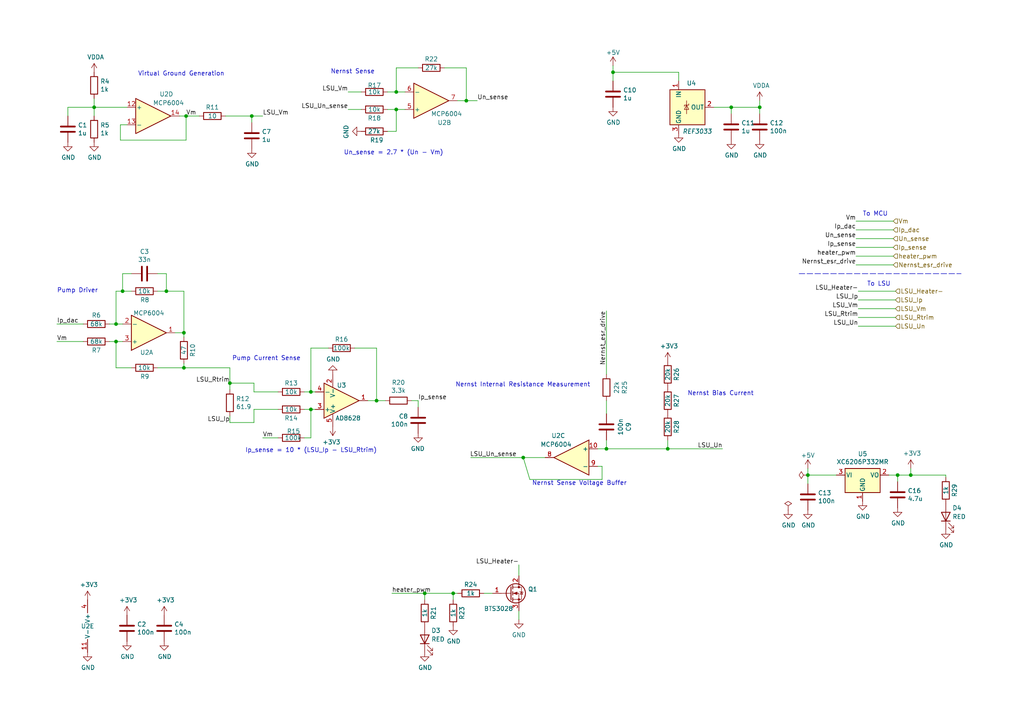
<source format=kicad_sch>
(kicad_sch (version 20211123) (generator eeschema)
  (paper "A4")
  (title_block (title "OpenEFI - Wideband") (date "2022-03-04") (rev "v1.0.0") (company "Churrosoft"))
  (lib_symbols
    (symbol "Amplifier_Operational:AD8603" (pin_names (offset 0.127))
      (property "Reference" "U" (at 0 5.08 0))
      (property "Value" "AD8603" (at 0 -5.08 0))
      (symbol "AD8603_0_1"
        (polyline (pts (xy -5.08 5.08) (xy 5.08 0) (xy -5.08 -5.08) (xy -5.08 5.08)) (stroke (width 0.254)) (fill (type background)))
        (pin power_in line (at -2.54 -7.62 90) (length 3.81) (name "V-") (number "2"))
        (pin power_in line (at -2.54 7.62 270) (length 3.81) (name "V+") (number "5"))
      )
      (symbol "AD8603_1_1"
        (pin output line (at 7.62 0 180) (length 2.54) (name "~") (number "1"))
        (pin input line (at -7.62 2.54 0) (length 2.54) (name "+") (number "3"))
        (pin input line (at -7.62 -2.54 0) (length 2.54) (name "-") (number "4"))
      )
    )
    (symbol "Amplifier_Operational:MCP6004" (pin_names (offset 0.127))
      (property "Reference" "U" (at 0 5.08 0))
      (property "Value" "MCP6004" (at 0 -5.08 0))
      (symbol "MCP6004_1_1"
        (polyline (pts (xy -5.08 5.08) (xy 5.08 0) (xy -5.08 -5.08) (xy -5.08 5.08)) (stroke (width 0.254)) (fill (type background)))
        (pin output line (at 7.62 0 180) (length 2.54) (name "~") (number "1"))
        (pin input line (at -7.62 -2.54 0) (length 2.54) (name "-") (number "2"))
        (pin input line (at -7.62 2.54 0) (length 2.54) (name "+") (number "3"))
      )
      (symbol "MCP6004_2_1"
        (polyline (pts (xy -5.08 5.08) (xy 5.08 0) (xy -5.08 -5.08) (xy -5.08 5.08)) (stroke (width 0.254)) (fill (type background)))
        (pin input line (at -7.62 2.54 0) (length 2.54) (name "+") (number "5"))
        (pin input line (at -7.62 -2.54 0) (length 2.54) (name "-") (number "6"))
        (pin output line (at 7.62 0 180) (length 2.54) (name "~") (number "7"))
      )
      (symbol "MCP6004_3_1"
        (polyline (pts (xy -5.08 5.08) (xy 5.08 0) (xy -5.08 -5.08) (xy -5.08 5.08)) (stroke (width 0.254)) (fill (type background)))
        (pin input line (at -7.62 2.54 0) (length 2.54) (name "+") (number "10"))
        (pin output line (at 7.62 0 180) (length 2.54) (name "~") (number "8"))
        (pin input line (at -7.62 -2.54 0) (length 2.54) (name "-") (number "9"))
      )
      (symbol "MCP6004_4_1"
        (polyline (pts (xy -5.08 5.08) (xy 5.08 0) (xy -5.08 -5.08) (xy -5.08 5.08)) (stroke (width 0.254)) (fill (type background)))
        (pin input line (at -7.62 2.54 0) (length 2.54) (name "+") (number "12"))
        (pin input line (at -7.62 -2.54 0) (length 2.54) (name "-") (number "13"))
        (pin output line (at 7.62 0 180) (length 2.54) (name "~") (number "14"))
      )
      (symbol "MCP6004_5_1"
        (pin power_in line (at -2.54 -7.62 90) (length 3.81) (name "V-") (number "11"))
        (pin power_in line (at -2.54 7.62 270) (length 3.81) (name "V+") (number "4"))
      )
    )
    (symbol "Device:C" (pin_numbers hide) (pin_names (offset 0.254))
      (property "Reference" "C" (at 0.635 2.54 0))
      (property "Value" "C" (at 0.635 -2.54 0))
      (symbol "C_0_1"
        (polyline (pts (xy -2.032 -0.762) (xy 2.032 -0.762)) (stroke (width 0.508)))
        (polyline (pts (xy -2.032 0.762) (xy 2.032 0.762)) (stroke (width 0.508)))
      )
      (symbol "C_1_1"
        (pin passive line (at 0 3.81 270) (length 2.794) (name "~") (number "1"))
        (pin passive line (at 0 -3.81 90) (length 2.794) (name "~") (number "2"))
      )
    )
    (symbol "Device:LED" (pin_numbers hide) (pin_names (offset 1.016) hide)
      (property "Reference" "D" (at 0 2.54 0))
      (property "Value" "LED" (at 0 -2.54 0))
      (symbol "LED_0_1"
        (polyline (pts (xy -1.27 -1.27) (xy -1.27 1.27)) (stroke (width 0.254)))
        (polyline (pts (xy -1.27 0) (xy 1.27 0)))
        (polyline (pts (xy 1.27 -1.27) (xy 1.27 1.27) (xy -1.27 0) (xy 1.27 -1.27)) (stroke (width 0.254)))
        (polyline (pts (xy -3.048 -0.762) (xy -4.572 -2.286) (xy -3.81 -2.286) (xy -4.572 -2.286) (xy -4.572 -1.524)))
        (polyline (pts (xy -1.778 -0.762) (xy -3.302 -2.286) (xy -2.54 -2.286) (xy -3.302 -2.286) (xy -3.302 -1.524)))
      )
      (symbol "LED_1_1"
        (pin passive line (at -3.81 0 0) (length 2.54) (name "K") (number "1"))
        (pin passive line (at 3.81 0 180) (length 2.54) (name "A") (number "2"))
      )
    )
    (symbol "Device:Q_NMOS_GDS" (pin_names (offset 0) hide)
      (property "Reference" "Q" (at 5.08 1.27 0))
      (property "Value" "Q_NMOS_GDS" (at 5.08 -1.27 0))
      (symbol "Q_NMOS_GDS_0_1"
        (polyline (pts (xy 0.254 0) (xy -2.54 0)))
        (polyline (pts (xy 0.254 1.905) (xy 0.254 -1.905)) (stroke (width 0.254)))
        (polyline (pts (xy 0.762 -1.27) (xy 0.762 -2.286)) (stroke (width 0.254)))
        (polyline (pts (xy 0.762 0.508) (xy 0.762 -0.508)) (stroke (width 0.254)))
        (polyline (pts (xy 0.762 2.286) (xy 0.762 1.27)) (stroke (width 0.254)))
        (polyline (pts (xy 2.54 2.54) (xy 2.54 1.778)))
        (polyline (pts (xy 2.54 -2.54) (xy 2.54 0) (xy 0.762 0)))
        (polyline (pts (xy 0.762 -1.778) (xy 3.302 -1.778) (xy 3.302 1.778) (xy 0.762 1.778)))
        (polyline (pts (xy 1.016 0) (xy 2.032 0.381) (xy 2.032 -0.381) (xy 1.016 0)) (fill (type outline)))
        (polyline (pts (xy 2.794 0.508) (xy 2.921 0.381) (xy 3.683 0.381) (xy 3.81 0.254)))
        (polyline (pts (xy 3.302 0.381) (xy 2.921 -0.254) (xy 3.683 -0.254) (xy 3.302 0.381)))
        (circle (center 1.651 0) (radius 2.794) (stroke (width 0.254)))
        (circle (center 2.54 -1.778) (radius 0.254) (fill (type outline)))
        (circle (center 2.54 1.778) (radius 0.254) (fill (type outline)))
      )
      (symbol "Q_NMOS_GDS_1_1"
        (pin input line (at -5.08 0 0) (length 2.54) (name "G") (number "1"))
        (pin passive line (at 2.54 5.08 270) (length 2.54) (name "D") (number "2"))
        (pin passive line (at 2.54 -5.08 90) (length 2.54) (name "S") (number "3"))
      )
    )
    (symbol "Device:R" (pin_numbers hide) (pin_names (offset 0))
      (property "Reference" "R" (at 2.032 0 90))
      (property "Value" "R" (at 0 0 90))
      (symbol "R_0_1"
        (rectangle (start -1.016 -2.54) (end 1.016 2.54) (stroke (width 0.254)))
      )
      (symbol "R_1_1"
        (pin passive line (at 0 3.81 270) (length 1.27) (name "~") (number "1"))
        (pin passive line (at 0 -3.81 90) (length 1.27) (name "~") (number "2"))
      )
    )
    (symbol "Reference_Voltage:REF3033" (pin_names (offset 0.254))
      (property "Reference" "U" (at 0 6.35 0))
      (property "Value" "REF3033" (at 2.54 -6.35 0))
      (symbol "REF3033_0_1"
        (rectangle (start -5.08 5.08) (end 5.08 -5.08) (stroke (width 0.254)) (fill (type background)))
        (polyline (pts (xy -0.254 1.905) (xy -0.254 -1.905)))
        (polyline (pts (xy -0.889 -0.635) (xy 0.381 -0.635) (xy -0.254 0.635) (xy -0.889 -0.635)))
        (polyline (pts (xy 0.381 1.016) (xy 0.381 0.635) (xy -0.889 0.635) (xy -0.889 0.254)))
      )
      (symbol "REF3033_1_1"
        (pin power_in line (at -2.54 7.62 270) (length 2.54) (name "IN") (number "1"))
        (pin power_out line (at 7.62 0 180) (length 2.54) (name "OUT") (number "2"))
        (pin power_in line (at -2.54 -7.62 90) (length 2.54) (name "GND") (number "3"))
      )
    )
    (symbol "Regulator_Linear:XC6206PxxxMR" (pin_names (offset 0.254))
      (property "Reference" "U" (at -3.81 3.175 0))
      (property "Value" "XC6206PxxxMR" (at 0 3.175 0))
      (symbol "XC6206PxxxMR_0_1"
        (rectangle (start -5.08 1.905) (end 5.08 -5.08) (stroke (width 0.254)) (fill (type background)))
      )
      (symbol "XC6206PxxxMR_1_1"
        (pin power_in line (at 0 -7.62 90) (length 2.54) (name "GND") (number "1"))
        (pin power_out line (at 7.62 0 180) (length 2.54) (name "VO") (number "2"))
        (pin power_in line (at -7.62 0 0) (length 2.54) (name "VI") (number "3"))
      )
    )
    (symbol "power:+3.3V" (power) (pin_names (offset 0))
      (property "Value" "+3.3V" (at 0 3.556 0))
      (symbol "+3.3V_0_1"
        (polyline (pts (xy -0.762 1.27) (xy 0 2.54)))
        (polyline (pts (xy 0 0) (xy 0 2.54)))
        (polyline (pts (xy 0 2.54) (xy 0.762 1.27)))
      )
      (symbol "+3.3V_1_1"
        (pin power_in line (at 0 0 90) (length 0) hide (name "+3V3") (number "1"))
      )
    )
    (symbol "power:+5V" (power) (pin_names (offset 0))
      (property "Value" "+5V" (at 0 3.556 0))
      (symbol "+5V_0_1"
        (polyline (pts (xy -0.762 1.27) (xy 0 2.54)))
        (polyline (pts (xy 0 0) (xy 0 2.54)))
        (polyline (pts (xy 0 2.54) (xy 0.762 1.27)))
      )
      (symbol "+5V_1_1"
        (pin power_in line (at 0 0 90) (length 0) hide (name "+5V") (number "1"))
      )
    )
    (symbol "power:GND" (power) (pin_names (offset 0))
      (property "Value" "GND" (at 0 -3.81 0))
      (symbol "GND_0_1"
        (polyline (pts (xy 0 0) (xy 0 -1.27) (xy 1.27 -1.27) (xy 0 -2.54) (xy -1.27 -1.27) (xy 0 -1.27)))
      )
      (symbol "GND_1_1"
        (pin power_in line (at 0 0 270) (length 0) hide (name "GND") (number "1"))
      )
    )
    (symbol "power:PWR_FLAG" (power) (pin_numbers hide) (pin_names (offset 0) hide)
      (property "Value" "PWR_FLAG" (at 0 3.81 0))
      (symbol "PWR_FLAG_0_0"
        (pin power_out line (at 0 0 90) (length 0) (name "pwr") (number "1"))
      )
      (symbol "PWR_FLAG_0_1"
        (polyline (pts (xy 0 0) (xy 0 1.27) (xy -1.016 1.905) (xy 0 2.54) (xy 1.016 1.905) (xy 0 1.27)))
      )
    )
    (symbol "power:VDDA" (power) (pin_names (offset 0))
      (property "Value" "VDDA" (at 0 3.81 0))
      (symbol "VDDA_0_1"
        (polyline (pts (xy -0.762 1.27) (xy 0 2.54)))
        (polyline (pts (xy 0 0) (xy 0 2.54)))
        (polyline (pts (xy 0 2.54) (xy 0.762 1.27)))
      )
      (symbol "VDDA_1_1"
        (pin power_in line (at 0 0 90) (length 0) hide (name "VDDA") (number "1"))
      )
    )
  )
  (junction (at 123.19 172.085))
  (junction (at 135.255 29.21))
  (junction (at 114.935 26.67))
  (junction (at 264.16 137.795))
  (junction (at 35.56 84.455))
  (junction (at 53.975 33.655))
  (junction (at 220.345 31.115))
  (junction (at 90.17 118.745))
  (junction (at 73.025 33.655))
  (junction (at 53.34 106.68))
  (junction (at 33.655 99.06))
  (junction (at 260.35 137.795))
  (junction (at 66.675 111.125))
  (junction (at 212.09 31.115))
  (junction (at 109.22 116.205))
  (junction (at 234.315 137.795))
  (junction (at 193.675 130.175))
  (junction (at 48.26 84.455))
  (junction (at 131.445 172.085))
  (junction (at 151.765 132.715))
  (junction (at 53.34 96.52))
  (junction (at 175.895 130.175))
  (junction (at 177.8 20.955))
  (junction (at 27.305 31.115))
  (junction (at 90.17 113.665))
  (junction (at 114.935 31.75))
  (junction (at 33.655 93.98))
  (wire (pts (xy 57.785 33.655) (xy 53.975 33.655)))
  (wire (pts (xy 19.685 33.655) (xy 19.685 31.115)))
  (wire (pts (xy 117.475 26.67) (xy 114.935 26.67)))
  (wire (pts (xy 34.925 40.64) (xy 53.975 40.64)))
  (wire (pts (xy 66.675 120.65) (xy 66.675 122.555)))
  (wire (pts (xy 76.2 33.655) (xy 73.025 33.655)))
  (wire (pts (xy 153.67 139.065) (xy 174.625 139.065)))
  (wire (pts (xy 27.305 31.115) (xy 27.305 33.655)))
  (wire (pts (xy 88.265 118.745) (xy 90.17 118.745)))
  (wire (pts (xy 175.895 120.015) (xy 175.895 116.205)))
  (wire (pts (xy 177.8 20.955) (xy 177.8 19.05)))
  (wire (pts (xy 131.445 172.085) (xy 131.445 173.99)))
  (wire (pts (xy 121.285 118.11) (xy 121.285 116.205)))
  (wire (pts (xy 76.2 127) (xy 80.645 127)))
  (wire (pts (xy 102.87 100.965) (xy 109.22 100.965)))
  (wire (pts (xy 220.345 31.115) (xy 220.345 33.02)))
  (wire (pts (xy 90.17 118.745) (xy 90.17 127)))
  (wire (pts (xy 33.655 84.455) (xy 33.655 93.98)))
  (wire (pts (xy 53.34 97.79) (xy 53.34 96.52)))
  (wire (pts (xy 220.345 29.21) (xy 220.345 31.115)))
  (wire (pts (xy 114.935 31.75) (xy 117.475 31.75)))
  (wire (pts (xy 174.625 135.255) (xy 173.355 135.255)))
  (wire (pts (xy 151.765 132.715) (xy 153.67 139.065)))
  (wire (pts (xy 136.525 132.715) (xy 151.765 132.715)))
  (wire (pts (xy 123.19 173.99) (xy 123.19 172.085)))
  (wire (pts (xy 128.905 19.685) (xy 135.255 19.685)))
  (wire (pts (xy 73.66 113.665) (xy 80.645 113.665)))
  (wire (pts (xy 248.92 89.535) (xy 259.715 89.535)))
  (wire (pts (xy 34.925 36.195) (xy 34.925 40.64)))
  (wire (pts (xy 38.1 79.375) (xy 35.56 79.375)))
  (wire (pts (xy 264.16 135.89) (xy 264.16 137.795)))
  (wire (pts (xy 19.685 31.115) (xy 27.305 31.115)))
  (wire (pts (xy 35.56 79.375) (xy 35.56 84.455)))
  (wire (pts (xy 142.875 172.085) (xy 140.335 172.085)))
  (wire (pts (xy 121.285 116.205) (xy 119.38 116.205)))
  (wire (pts (xy 196.85 23.495) (xy 196.85 20.955)))
  (wire (pts (xy 132.715 172.085) (xy 131.445 172.085)))
  (wire (pts (xy 248.92 84.455) (xy 259.715 84.455)))
  (wire (pts (xy 259.08 74.295) (xy 248.285 74.295)))
  (wire (pts (xy 135.255 19.685) (xy 135.255 29.21)))
  (wire (pts (xy 109.22 100.965) (xy 109.22 116.205)))
  (wire (pts (xy 73.66 118.745) (xy 73.66 122.555)))
  (wire (pts (xy 248.285 71.755) (xy 259.08 71.755)))
  (wire (pts (xy 264.16 137.795) (xy 260.35 137.795)))
  (wire (pts (xy 259.715 86.995) (xy 248.92 86.995)))
  (wire (pts (xy 113.665 172.085) (xy 123.19 172.085)))
  (wire (pts (xy 260.35 139.7) (xy 260.35 137.795)))
  (wire (pts (xy 248.285 76.835) (xy 259.08 76.835)))
  (wire (pts (xy 66.675 113.03) (xy 66.675 111.125)))
  (wire (pts (xy 175.895 130.175) (xy 175.895 127.635)))
  (wire (pts (xy 174.625 139.065) (xy 174.625 135.255)))
  (wire (pts (xy 36.83 36.195) (xy 34.925 36.195)))
  (wire (pts (xy 95.25 100.965) (xy 90.17 100.965)))
  (wire (pts (xy 80.645 118.745) (xy 73.66 118.745)))
  (wire (pts (xy 259.715 92.075) (xy 248.92 92.075)))
  (wire (pts (xy 212.09 31.115) (xy 220.345 31.115)))
  (wire (pts (xy 31.75 99.06) (xy 33.655 99.06)))
  (wire (pts (xy 45.72 84.455) (xy 48.26 84.455)))
  (wire (pts (xy 73.025 33.655) (xy 65.405 33.655)))
  (wire (pts (xy 242.57 137.795) (xy 234.315 137.795)))
  (wire (pts (xy 53.975 40.64) (xy 53.975 33.655)))
  (wire (pts (xy 109.22 116.205) (xy 111.76 116.205)))
  (wire (pts (xy 53.34 84.455) (xy 53.34 96.52)))
  (wire (pts (xy 45.72 106.68) (xy 53.34 106.68)))
  (wire (pts (xy 33.655 99.06) (xy 35.56 99.06)))
  (wire (pts (xy 35.56 84.455) (xy 38.1 84.455)))
  (wire (pts (xy 135.255 29.21) (xy 132.715 29.21)))
  (wire (pts (xy 33.655 84.455) (xy 35.56 84.455)))
  (wire (pts (xy 73.025 35.56) (xy 73.025 33.655)))
  (wire (pts (xy 33.655 93.98) (xy 35.56 93.98)))
  (wire (pts (xy 234.315 135.89) (xy 234.315 137.795)))
  (wire (pts (xy 27.305 28.575) (xy 27.305 31.115)))
  (wire (pts (xy 114.935 26.67) (xy 112.395 26.67)))
  (wire (pts (xy 196.85 20.955) (xy 177.8 20.955)))
  (wire (pts (xy 173.355 130.175) (xy 175.895 130.175)))
  (wire (pts (xy 33.655 106.68) (xy 33.655 99.06)))
  (wire (pts (xy 123.19 172.085) (xy 131.445 172.085)))
  (wire (pts (xy 90.17 100.965) (xy 90.17 113.665)))
  (wire (pts (xy 48.26 84.455) (xy 53.34 84.455)))
  (wire (pts (xy 248.285 66.675) (xy 259.08 66.675)))
  (wire (pts (xy 138.43 29.21) (xy 135.255 29.21)))
  (wire (pts (xy 150.495 167.005) (xy 150.495 163.83)))
  (wire (pts (xy 66.675 106.68) (xy 66.675 111.125)))
  (wire (pts (xy 112.395 31.75) (xy 114.935 31.75)))
  (wire (pts (xy 114.935 26.67) (xy 114.935 19.685)))
  (wire (pts (xy 100.965 31.75) (xy 104.775 31.75)))
  (wire (pts (xy 248.92 94.615) (xy 259.715 94.615)))
  (wire (pts (xy 88.265 113.665) (xy 90.17 113.665)))
  (wire (pts (xy 175.895 130.175) (xy 193.675 130.175)))
  (polyline (pts (xy 231.775 79.375) (xy 278.765 79.375)))
  (wire (pts (xy 31.75 93.98) (xy 33.655 93.98)))
  (wire (pts (xy 259.08 69.215) (xy 248.285 69.215)))
  (wire (pts (xy 114.935 38.1) (xy 114.935 31.75)))
  (wire (pts (xy 16.51 99.06) (xy 24.13 99.06)))
  (wire (pts (xy 151.765 132.715) (xy 158.115 132.715)))
  (wire (pts (xy 114.935 38.1) (xy 112.395 38.1)))
  (wire (pts (xy 88.265 127) (xy 90.17 127)))
  (wire (pts (xy 114.935 19.685) (xy 121.285 19.685)))
  (wire (pts (xy 90.17 118.745) (xy 91.44 118.745)))
  (wire (pts (xy 53.975 33.655) (xy 52.07 33.655)))
  (wire (pts (xy 16.51 93.98) (xy 24.13 93.98)))
  (wire (pts (xy 109.22 116.205) (xy 106.68 116.205)))
  (wire (pts (xy 260.35 137.795) (xy 257.81 137.795)))
  (wire (pts (xy 45.72 79.375) (xy 48.26 79.375)))
  (wire (pts (xy 27.305 31.115) (xy 36.83 31.115)))
  (wire (pts (xy 193.675 127.635) (xy 193.675 130.175)))
  (wire (pts (xy 73.66 111.125) (xy 73.66 113.665)))
  (wire (pts (xy 150.495 177.165) (xy 150.495 179.705)))
  (wire (pts (xy 264.16 137.795) (xy 274.32 137.795)))
  (wire (pts (xy 100.965 26.67) (xy 104.775 26.67)))
  (wire (pts (xy 248.285 64.135) (xy 259.08 64.135)))
  (wire (pts (xy 212.09 31.115) (xy 212.09 33.02)))
  (wire (pts (xy 193.675 130.175) (xy 209.55 130.175)))
  (wire (pts (xy 90.17 113.665) (xy 91.44 113.665)))
  (wire (pts (xy 53.34 106.68) (xy 66.675 106.68)))
  (wire (pts (xy 73.66 122.555) (xy 66.675 122.555)))
  (wire (pts (xy 38.1 106.68) (xy 33.655 106.68)))
  (wire (pts (xy 53.34 96.52) (xy 50.8 96.52)))
  (wire (pts (xy 66.675 111.125) (xy 73.66 111.125)))
  (wire (pts (xy 175.895 90.17) (xy 175.895 108.585)))
  (wire (pts (xy 274.32 137.795) (xy 274.32 138.43)))
  (wire (pts (xy 207.01 31.115) (xy 212.09 31.115)))
  (wire (pts (xy 234.315 137.795) (xy 234.315 140.335)))
  (wire (pts (xy 48.26 79.375) (xy 48.26 84.455)))
  (wire (pts (xy 177.8 23.495) (xy 177.8 20.955)))
  (wire (pts (xy 53.34 106.68) (xy 53.34 105.41)))
  (text "Virtual Ground Generation" (at 40.005 22.225 0) (effects (font (size 1.27 1.27)) (justify left bottom)))
  (text "Ip_sense = 10 * (LSU_Ip - LSU_Rtrim)" (at 71.12 131.445 0) (effects (font (size 1.27 1.27)) (justify left bottom)))
  (text "To MCU" (at 250.19 62.865 0) (effects (font (size 1.27 1.27)) (justify left bottom)))
  (text "Un_sense = 2.7 * (Un - Vm)" (at 99.695 45.085 0) (effects (font (size 1.27 1.27)) (justify left bottom)))
  (text "To LSU" (at 251.46 83.185 0) (effects (font (size 1.27 1.27)) (justify left bottom)))
  (text "Pump Driver" (at 16.51 85.09 0) (effects (font (size 1.27 1.27)) (justify left bottom)))
  (text "Nernst Bias Current" (at 199.39 114.935 0) (effects (font (size 1.27 1.27)) (justify left bottom)))
  (text "Nernst Internal Resistance Measurement" (at 132.08 112.395 0) (effects (font (size 1.27 1.27)) (justify left bottom)))
  (text "Nernst Sense" (at 95.885 21.59 0) (effects (font (size 1.27 1.27)) (justify left bottom)))
  (text "Nernst Sense Voltage Buffer" (at 154.305 140.97 0) (effects (font (size 1.27 1.27)) (justify left bottom)))
  (text "Pump Current Sense" (at 67.31 104.775 0) (effects (font (size 1.27 1.27)) (justify left bottom)))
  (label "Vm" (at 76.2 127 0))
  (label "Un_sense" (at 138.43 29.21 0))
  (label "LSU_Ip" (at 66.675 122.555 180))
  (label "LSU_Vm" (at 100.965 26.67 180))
  (label "LSU_Rtrim" (at 248.92 92.075 180))
  (label "Vm" (at 248.285 64.135 180))
  (label "LSU_Vm" (at 248.92 89.535 180))
  (label "LSU_Un" (at 248.92 94.615 180))
  (label "Ip_dac" (at 16.51 93.98 0))
  (label "Ip_sense" (at 121.285 116.205 0))
  (label "Nernst_esr_drive" (at 175.895 90.17 270))
  (label "LSU_Un" (at 209.55 130.175 180))
  (label "LSU_Rtrim" (at 66.675 111.125 180))
  (label "Ip_dac" (at 248.285 66.675 180))
  (label "LSU_Un_sense" (at 149.86 132.715 180))
  (label "Vm" (at 53.975 33.655 0))
  (label "Vm" (at 16.51 99.06 0))
  (label "LSU_Vm" (at 76.2 33.655 0))
  (label "Nernst_esr_drive" (at 248.285 76.835 180))
  (label "heater_pwm" (at 248.285 74.295 180))
  (label "LSU_Un_sense" (at 100.965 31.75 180))
  (label "LSU_Ip" (at 248.92 86.995 180))
  (label "LSU_Heater-" (at 150.495 163.83 180))
  (label "heater_pwm" (at 113.665 172.085 0))
  (label "Un_sense" (at 248.285 69.215 180))
  (label "Ip_sense" (at 248.285 71.755 180))
  (label "LSU_Heater-" (at 248.92 84.455 180))
  (hierarchical_label "LSU_Rtrim" (shape input) (at 259.715 92.075 0))
  (hierarchical_label "Nernst_esr_drive" (shape input) (at 259.08 76.835 0))
  (hierarchical_label "LSU_Un" (shape input) (at 259.715 94.615 0))
  (hierarchical_label "Un_sense" (shape input) (at 259.08 69.215 0))
  (hierarchical_label "LSU_Heater-" (shape input) (at 259.715 84.455 0))
  (hierarchical_label "LSU_Vm" (shape input) (at 259.715 89.535 0))
  (hierarchical_label "LSU_Ip" (shape input) (at 259.715 86.995 0))
  (hierarchical_label "heater_pwm" (shape input) (at 259.08 74.295 0))
  (hierarchical_label "Ip_sense" (shape input) (at 259.08 71.755 0))
  (hierarchical_label "Ip_dac" (shape input) (at 259.08 66.675 0))
  (hierarchical_label "Vm" (shape input) (at 259.08 64.135 0))
  (symbol (lib_id "Device:C") (at 19.685 37.465 0) (unit 1)
    (property "Reference" "C1" (at 22.606 36.2966 0) (effects (justify left)))
    (property "Value" "1u" (at 22.606 38.608 0) (effects (justify left)))
    (property "Footprint" "Resistor_SMD:R_0603_1608Metric" (effects hide))
    (property "LCSC" "C52923" (effects hide))
  )
  (symbol (lib_id "power:VDDA") (at 27.305 20.955 0) (unit 1)
    (property "Reference" "#PWR012" (effects hide))
    (property "Value" "VDDA" (at 27.7368 16.5608 0))
  )
  (symbol (lib_id "power:+3.3V") (at 47.625 178.435 0) (unit 1)
    (property "Reference" "#PWR016" (effects hide))
    (property "Value" "+3.3V" (at 48.006 174.0408 0))
  )
  (symbol (lib_id "Device:R") (at 27.94 99.06 270) (unit 1)
    (property "Reference" "R7" (at 27.94 101.6 90))
    (property "Value" "68k" (at 27.94 99.06 90))
    (property "Footprint" "Resistor_SMD:R_0603_1608Metric" (effects hide))
    (property "LCSC" "C36871" (effects hide))
  )
  (symbol (lib_id "Device:R") (at 274.32 142.24 180) (unit 1)
    (property "Reference" "R29" (at 276.86 142.24 90))
    (property "Value" "1k" (at 274.32 142.24 90))
    (property "Footprint" "Resistor_SMD:R_0603_1608Metric" (effects hide))
    (property "LCSC" "C11702" (effects hide))
  )
  (symbol (lib_id "power:VDDA") (at 220.345 29.21 0) (unit 1)
    (property "Reference" "#PWR035" (effects hide))
    (property "Value" "VDDA" (at 220.7768 24.8158 0))
  )
  (symbol (lib_id "power:PWR_FLAG") (at 228.6 147.955 0) (unit 1)
    (property "Reference" "#FLG01" (effects hide))
    (property "Value" "PWR_FLAG" (effects hide))
  )
  (symbol (lib_id "power:GND") (at 123.19 189.23 0) (unit 1)
    (property "Reference" "#PWR027" (effects hide))
    (property "Value" "GND" (at 123.317 193.6242 0))
  )
  (symbol (lib_id "Device:C") (at 36.83 182.245 0) (unit 1)
    (property "Reference" "C2" (at 39.751 181.0766 0) (effects (justify left)))
    (property "Value" "100n" (at 39.751 183.388 0) (effects (justify left)))
    (property "Footprint" "Resistor_SMD:R_0603_1608Metric" (effects hide))
    (property "LCSC" "C1525" (effects hide))
  )
  (symbol (lib_id "Device:C") (at 175.895 123.825 180) (unit 1)
    (property "Reference" "C9" (at 182.2958 123.825 90))
    (property "Value" "100n" (at 179.9844 123.825 90))
    (property "Footprint" "Resistor_SMD:R_0603_1608Metric" (effects hide))
    (property "LCSC" "C1525" (effects hide))
  )
  (symbol (lib_id "power:GND") (at 196.85 38.735 0) (unit 1)
    (property "Reference" "#PWR033" (effects hide))
    (property "Value" "GND" (at 196.977 43.1292 0))
  )
  (symbol (lib_id "Device:C") (at 41.91 79.375 270) (unit 1)
    (property "Reference" "C3" (at 41.91 72.9742 90))
    (property "Value" "33n" (at 41.91 75.2856 90))
    (property "Footprint" "Resistor_SMD:R_0603_1608Metric" (effects hide))
    (property "LCSC" "C1585" (effects hide))
  )
  (symbol (lib_id "Device:R") (at 125.095 19.685 90) (unit 1)
    (property "Reference" "R22" (at 125.095 17.145 90))
    (property "Value" "27k" (at 125.095 19.685 90))
    (property "Footprint" "Resistor_SMD:R_0603_1608Metric" (effects hide))
    (property "LCSC" "C25771" (effects hide))
  )
  (symbol (lib_id "power:PWR_FLAG") (at 234.315 137.795 90) (unit 1)
    (property "Reference" "#FLG02" (effects hide))
    (property "Value" "PWR_FLAG" (effects hide))
  )
  (symbol (lib_id "power:GND") (at 228.6 147.955 0) (unit 1)
    (property "Reference" "#PWR037" (effects hide))
    (property "Value" "GND" (at 228.727 152.3492 0))
  )
  (symbol (lib_id "power:GND") (at 250.19 145.415 0) (unit 1)
    (property "Reference" "#PWR042" (effects hide))
    (property "Value" "GND" (at 250.317 149.8092 0))
  )
  (symbol (lib_id "Device:R") (at 66.675 116.84 0) (unit 1)
    (property "Reference" "R12" (at 68.453 115.6716 0) (effects (justify left)))
    (property "Value" "61.9" (at 68.453 117.983 0) (effects (justify left)))
    (property "Footprint" "Resistor_SMD:R_0603_1608Metric" (effects hide))
    (property "LCSC" "C23092" (effects hide))
  )
  (symbol (lib_id "Device:R") (at 41.91 106.68 270) (unit 1)
    (property "Reference" "R9" (at 40.64 109.22 90) (effects (justify left)))
    (property "Value" "10k" (at 40.005 106.68 90) (effects (justify left)))
    (property "Footprint" "Resistor_SMD:R_0603_1608Metric" (effects hide))
    (property "LCSC" "C25744" (effects hide))
  )
  (symbol (lib_id "Amplifier_Operational:MCP6004") (at 27.94 181.61 0) (unit 5)
    (property "Reference" "U2" (at 25.4 181.61 0))
    (property "Value" "MCP6004" (effects hide))
    (property "Footprint" "Package_SO:TSSOP-14_4.4x5mm_P0.65mm" (effects hide))
    (property "Datasheet" "http://ww1.microchip.com/downloads/en/DeviceDoc/21733j.pdf" (effects hide))
    (property "LCSC" "C50282" (effects hide))
  )
  (symbol (lib_id "Device:C") (at 220.345 36.83 0) (unit 1)
    (property "Reference" "C12" (at 223.266 35.6616 0) (effects (justify left)))
    (property "Value" "100n" (at 223.266 37.973 0) (effects (justify left)))
    (property "Footprint" "Resistor_SMD:R_0603_1608Metric" (effects hide))
    (property "LCSC" "C1525" (effects hide))
  )
  (symbol (lib_id "Device:R") (at 123.19 177.8 180) (unit 1)
    (property "Reference" "R21" (at 125.73 177.8 90))
    (property "Value" "1k" (at 123.19 177.8 90))
    (property "Footprint" "Resistor_SMD:R_0603_1608Metric" (effects hide))
    (property "LCSC" "C11702" (effects hide))
  )
  (symbol (lib_id "Amplifier_Operational:MCP6004") (at 44.45 33.655 0) (unit 4)
    (property "Reference" "U2" (at 48.26 27.305 0))
    (property "Value" "MCP6004" (at 48.895 29.845 0))
    (property "Footprint" "Package_SO:TSSOP-14_4.4x5mm_P0.65mm" (effects hide))
    (property "Datasheet" "http://ww1.microchip.com/downloads/en/DeviceDoc/21733j.pdf" (effects hide))
    (property "LCSC" "C50282" (effects hide))
  )
  (symbol (lib_id "power:GND") (at 177.8 31.115 0) (unit 1)
    (property "Reference" "#PWR031" (effects hide))
    (property "Value" "GND" (at 177.927 35.5092 0))
  )
  (symbol (lib_id "power:GND") (at 274.32 153.67 0) (unit 1)
    (property "Reference" "#PWR047" (effects hide))
    (property "Value" "GND" (at 274.447 158.0642 0))
  )
  (symbol (lib_id "power:+3.3V") (at 25.4 173.99 0) (unit 1)
    (property "Reference" "#PWR010" (effects hide))
    (property "Value" "+3.3V" (at 25.781 169.5958 0))
  )
  (symbol (lib_id "Device:C") (at 73.025 39.37 0) (unit 1)
    (property "Reference" "C7" (at 75.946 38.2016 0) (effects (justify left)))
    (property "Value" "1u" (at 75.946 40.513 0) (effects (justify left)))
    (property "Footprint" "Resistor_SMD:R_0603_1608Metric" (effects hide))
    (property "LCSC" "C52923" (effects hide))
  )
  (symbol (lib_id "Device:LED") (at 274.32 149.86 90) (unit 1)
    (property "Reference" "D4" (at 276.225 147.32 90) (effects (justify right)))
    (property "Value" "RED" (at 276.225 149.86 90) (effects (justify right)))
    (property "Footprint" "LED_SMD:LED_0603_1608Metric" (effects hide))
    (property "LCSC" "C2286" (effects hide))
  )
  (symbol (lib_id "power:+5V") (at 177.8 19.05 0) (unit 1)
    (property "Reference" "#PWR030" (effects hide))
    (property "Value" "+5V" (at 177.8 15.24 0))
  )
  (symbol (lib_id "Device:R") (at 108.585 38.1 270) (unit 1)
    (property "Reference" "R19" (at 107.315 40.64 90) (effects (justify left)))
    (property "Value" "27k" (at 106.68 38.1 90) (effects (justify left)))
    (property "Footprint" "Resistor_SMD:R_0603_1608Metric" (effects hide))
    (property "LCSC" "C25771" (effects hide))
  )
  (symbol (lib_id "Device:C") (at 260.35 143.51 0) (unit 1)
    (property "Reference" "C16" (at 263.271 142.3416 0) (effects (justify left)))
    (property "Value" "4.7u" (at 263.271 144.653 0) (effects (justify left)))
    (property "Footprint" "Capacitor_SMD:C_0603_1608Metric" (effects hide))
    (property "LCSC" "C19666" (effects hide))
  )
  (symbol (lib_id "Device:LED") (at 123.19 185.42 90) (unit 1)
    (property "Reference" "D3" (at 125.095 182.88 90) (effects (justify right)))
    (property "Value" "RED" (at 125.095 185.42 90) (effects (justify right)))
    (property "Footprint" "LED_SMD:LED_0603_1608Metric" (effects hide))
    (property "LCSC" "C2286" (effects hide))
  )
  (symbol (lib_id "power:GND") (at 36.83 186.055 0) (unit 1)
    (property "Reference" "#PWR015" (effects hide))
    (property "Value" "GND" (at 36.957 190.4492 0))
  )
  (symbol (lib_id "Device:C") (at 212.09 36.83 0) (unit 1)
    (property "Reference" "C11" (at 215.011 35.6616 0) (effects (justify left)))
    (property "Value" "1u" (at 215.011 37.973 0) (effects (justify left)))
    (property "Footprint" "Resistor_SMD:R_0603_1608Metric" (effects hide))
    (property "LCSC" "C52923" (effects hide))
  )
  (symbol (lib_id "Device:C") (at 47.625 182.245 0) (unit 1)
    (property "Reference" "C4" (at 50.546 181.0766 0) (effects (justify left)))
    (property "Value" "100n" (at 50.546 183.388 0) (effects (justify left)))
    (property "Footprint" "Resistor_SMD:R_0603_1608Metric" (effects hide))
    (property "LCSC" "C1525" (effects hide))
  )
  (symbol (lib_id "power:GND") (at 104.775 38.1 270) (unit 1)
    (property "Reference" "#PWR025" (effects hide))
    (property "Value" "GND" (at 100.3808 38.227 0))
  )
  (symbol (lib_id "power:GND") (at 73.025 43.18 0) (unit 1)
    (property "Reference" "#PWR022" (effects hide))
    (property "Value" "GND" (at 73.152 47.5742 0))
  )
  (symbol (lib_id "Device:R") (at 27.305 24.765 0) (unit 1)
    (property "Reference" "R4" (at 29.083 23.5966 0) (effects (justify left)))
    (property "Value" "1k" (at 29.083 25.908 0) (effects (justify left)))
    (property "Footprint" "Resistor_SMD:R_0603_1608Metric" (effects hide))
    (property "LCSC" "C11702" (effects hide))
  )
  (symbol (lib_id "Device:C") (at 234.315 144.145 0) (unit 1)
    (property "Reference" "C13" (at 237.236 142.9766 0) (effects (justify left)))
    (property "Value" "100n" (at 237.236 145.288 0) (effects (justify left)))
    (property "Footprint" "Resistor_SMD:R_0603_1608Metric" (effects hide))
    (property "LCSC" "C1525" (effects hide))
  )
  (symbol (lib_id "power:+3.3V") (at 193.675 104.775 0) (unit 1)
    (property "Reference" "#PWR032" (effects hide))
    (property "Value" "+3.3V" (at 194.056 100.3808 0))
  )
  (symbol (lib_id "Amplifier_Operational:MCP6004") (at 43.18 96.52 0) (mirror x) (unit 1)
    (property "Reference" "U2" (at 42.545 102.235 0))
    (property "Value" "MCP6004" (at 43.18 90.805 0))
    (property "Footprint" "Package_SO:TSSOP-14_4.4x5mm_P0.65mm" (effects hide))
    (property "Datasheet" "http://ww1.microchip.com/downloads/en/DeviceDoc/21733j.pdf" (effects hide))
    (property "LCSC" "C50282" (effects hide))
  )
  (symbol (lib_id "Device:R") (at 53.34 101.6 180) (unit 1)
    (property "Reference" "R10" (at 55.88 101.6 90))
    (property "Value" "47" (at 53.34 101.6 90))
    (property "Footprint" "Resistor_SMD:R_0603_1608Metric" (effects hide))
    (property "LCSC" "C25118" (effects hide))
  )
  (symbol (lib_id "power:GND") (at 220.345 40.64 0) (unit 1)
    (property "Reference" "#PWR036" (effects hide))
    (property "Value" "GND" (at 220.472 45.0342 0))
  )
  (symbol (lib_id "Amplifier_Operational:MCP6004") (at 165.735 132.715 0) (mirror y) (unit 3)
    (property "Reference" "U2" (at 161.925 126.365 0))
    (property "Value" "MCP6004" (at 161.29 128.905 0))
    (property "Footprint" "Package_SO:TSSOP-14_4.4x5mm_P0.65mm" (effects hide))
    (property "Datasheet" "http://ww1.microchip.com/downloads/en/DeviceDoc/21733j.pdf" (effects hide))
    (property "LCSC" "C50282" (effects hide))
  )
  (symbol (lib_id "Device:Q_NMOS_GDS") (at 147.955 172.085 0) (unit 1)
    (property "Reference" "Q1" (at 153.1366 170.9166 0) (effects (justify left)))
    (property "Value" "BTS3028" (at 140.335 176.53 0) (effects (justify left)))
    (property "Footprint" "Package_TO_SOT_SMD:TO-252-2" (effects hide))
    (property "LCSC" "C112639" (effects hide))
  )
  (symbol (lib_id "power:+3.3V") (at 96.52 123.825 180) (unit 1)
    (property "Reference" "#PWR024" (effects hide))
    (property "Value" "+3.3V" (at 96.139 128.2192 0))
  )
  (symbol (lib_id "Device:R") (at 27.94 93.98 90) (unit 1)
    (property "Reference" "R6" (at 27.94 91.44 90))
    (property "Value" "68k" (at 27.94 93.98 90))
    (property "Footprint" "Resistor_SMD:R_0603_1608Metric" (effects hide))
    (property "LCSC" "C36871" (effects hide))
  )
  (symbol (lib_id "power:GND") (at 96.52 108.585 0) (mirror x) (unit 1)
    (property "Reference" "#PWR023" (effects hide))
    (property "Value" "GND" (at 96.647 104.1908 0))
  )
  (symbol (lib_id "power:GND") (at 234.315 147.955 0) (unit 1)
    (property "Reference" "#PWR039" (effects hide))
    (property "Value" "GND" (at 234.442 152.3492 0))
  )
  (symbol (lib_id "Device:R") (at 108.585 26.67 90) (unit 1)
    (property "Reference" "R17" (at 108.585 24.765 90))
    (property "Value" "10k" (at 108.585 26.67 90))
    (property "Footprint" "Resistor_SMD:R_0603_1608Metric" (effects hide))
    (property "LCSC" "C25744" (effects hide))
  )
  (symbol (lib_id "Amplifier_Operational:MCP6004") (at 125.095 29.21 0) (mirror x) (unit 2)
    (property "Reference" "U2" (at 128.905 35.56 0))
    (property "Value" "MCP6004" (at 129.54 33.02 0))
    (property "Footprint" "Package_SO:TSSOP-14_4.4x5mm_P0.65mm" (effects hide))
    (property "Datasheet" "http://ww1.microchip.com/downloads/en/DeviceDoc/21733j.pdf" (effects hide))
    (property "LCSC" "C50282" (effects hide))
  )
  (symbol (lib_id "Device:R") (at 193.675 123.825 180) (unit 1)
    (property "Reference" "R28" (at 196.215 123.825 90))
    (property "Value" "20k" (at 193.675 123.825 90))
    (property "Footprint" "Resistor_SMD:R_0603_1608Metric" (effects hide))
    (property "LCSC" "C25765" (effects hide))
  )
  (symbol (lib_id "Device:R") (at 84.455 113.665 270) (unit 1)
    (property "Reference" "R13" (at 84.455 111.125 90))
    (property "Value" "10k" (at 84.455 113.665 90))
    (property "Footprint" "Resistor_SMD:R_0603_1608Metric" (effects hide))
    (property "LCSC" "C25744" (effects hide))
  )
  (symbol (lib_id "Device:R") (at 108.585 31.75 90) (unit 1)
    (property "Reference" "R18" (at 108.585 34.29 90))
    (property "Value" "10k" (at 108.585 31.75 90))
    (property "Footprint" "Resistor_SMD:R_0603_1608Metric" (effects hide))
    (property "LCSC" "C25744" (effects hide))
  )
  (symbol (lib_id "power:+5V") (at 234.315 135.89 0) (unit 1)
    (property "Reference" "#PWR038" (effects hide))
    (property "Value" "+5V" (at 234.315 132.08 0))
  )
  (symbol (lib_id "Device:R") (at 41.91 84.455 270) (unit 1)
    (property "Reference" "R8" (at 40.64 86.995 90) (effects (justify left)))
    (property "Value" "10k" (at 40.005 84.455 90) (effects (justify left)))
    (property "Footprint" "Resistor_SMD:R_0603_1608Metric" (effects hide))
    (property "LCSC" "C25744" (effects hide))
  )
  (symbol (lib_id "power:GND") (at 131.445 181.61 0) (unit 1)
    (property "Reference" "#PWR028" (effects hide))
    (property "Value" "GND" (at 131.572 186.0042 0))
  )
  (symbol (lib_id "Amplifier_Operational:AD8603") (at 99.06 116.205 0) (mirror x) (unit 1)
    (property "Reference" "U3" (at 99.06 111.76 0))
    (property "Value" "AD8628" (at 100.965 121.285 0))
    (property "Footprint" "Package_TO_SOT_SMD:TSOT-23-5" (effects hide))
    (property "Datasheet" "https://www.analog.com/media/en/technical-documentation/data-sheets/AD8603_8607_8609.pdf" (effects hide))
    (property "LCSC" "C29309" (effects hide))
  )
  (symbol (lib_id "Reference_Voltage:REF3033") (at 199.39 31.115 0) (unit 1)
    (property "Reference" "U4" (at 201.93 24.13 0) (effects (justify right)))
    (property "Value" "REF3033" (at 206.375 38.1 0) (effects (font italic) (justify right)))
    (property "Footprint" "Package_TO_SOT_SMD:SOT-23" (effects hide))
    (property "Datasheet" "http://www.ti.com/lit/ds/symlink/ref3033.pdf" (effects hide))
    (property "LCSC" "C36658" (effects hide))
  )
  (symbol (lib_id "Device:C") (at 121.285 121.92 0) (mirror y) (unit 1)
    (property "Reference" "C8" (at 118.364 120.7516 0) (effects (justify left)))
    (property "Value" "100n" (at 118.364 123.063 0) (effects (justify left)))
    (property "Footprint" "Resistor_SMD:R_0603_1608Metric" (effects hide))
    (property "LCSC" "C1525" (effects hide))
  )
  (symbol (lib_id "Device:R") (at 27.305 37.465 0) (unit 1)
    (property "Reference" "R5" (at 29.083 36.2966 0) (effects (justify left)))
    (property "Value" "1k" (at 29.083 38.608 0) (effects (justify left)))
    (property "Footprint" "Resistor_SMD:R_0603_1608Metric" (effects hide))
    (property "LCSC" "C11702" (effects hide))
  )
  (symbol (lib_id "Device:C") (at 177.8 27.305 0) (unit 1)
    (property "Reference" "C10" (at 180.721 26.1366 0) (effects (justify left)))
    (property "Value" "1u" (at 180.721 28.448 0) (effects (justify left)))
    (property "Footprint" "Resistor_SMD:R_0603_1608Metric" (effects hide))
    (property "LCSC" "C52923" (effects hide))
  )
  (symbol (lib_id "Device:R") (at 175.895 112.395 180) (unit 1)
    (property "Reference" "R25" (at 181.1528 112.395 90))
    (property "Value" "22k" (at 178.8414 112.395 90))
    (property "Footprint" "Resistor_SMD:R_0603_1608Metric" (effects hide))
    (property "LCSC" "C25768" (effects hide))
  )
  (symbol (lib_id "Device:R") (at 193.675 116.205 180) (unit 1)
    (property "Reference" "R27" (at 196.215 116.205 90))
    (property "Value" "20k" (at 193.675 116.205 90))
    (property "Footprint" "Resistor_SMD:R_0603_1608Metric" (effects hide))
    (property "LCSC" "C25765" (effects hide))
  )
  (symbol (lib_id "Device:R") (at 131.445 177.8 180) (unit 1)
    (property "Reference" "R23" (at 133.985 177.8 90))
    (property "Value" "1k" (at 131.445 177.8 90))
    (property "Footprint" "Resistor_SMD:R_0603_1608Metric" (effects hide))
    (property "LCSC" "C11702" (effects hide))
  )
  (symbol (lib_id "power:+3.3V") (at 264.16 135.89 0) (unit 1)
    (property "Reference" "#PWR046" (effects hide))
    (property "Value" "+3.3V" (at 264.541 131.4958 0))
  )
  (symbol (lib_id "power:GND") (at 260.35 147.32 0) (unit 1)
    (property "Reference" "#PWR045" (effects hide))
    (property "Value" "GND" (at 260.477 151.7142 0))
  )
  (symbol (lib_id "power:GND") (at 212.09 40.64 0) (unit 1)
    (property "Reference" "#PWR034" (effects hide))
    (property "Value" "GND" (at 212.217 45.0342 0))
  )
  (symbol (lib_id "Device:R") (at 115.57 116.205 90) (mirror x) (unit 1)
    (property "Reference" "R20" (at 115.57 110.9472 90))
    (property "Value" "3.3k" (at 115.57 113.2586 90))
    (property "Footprint" "Resistor_SMD:R_0603_1608Metric" (effects hide))
    (property "LCSC" "C25890" (effects hide))
  )
  (symbol (lib_id "power:GND") (at 25.4 189.23 0) (unit 1)
    (property "Reference" "#PWR011" (effects hide))
    (property "Value" "GND" (at 25.527 193.6242 0))
  )
  (symbol (lib_id "power:+3.3V") (at 36.83 178.435 0) (unit 1)
    (property "Reference" "#PWR014" (effects hide))
    (property "Value" "+3.3V" (at 37.211 174.0408 0))
  )
  (symbol (lib_id "power:GND") (at 19.685 41.275 0) (unit 1)
    (property "Reference" "#PWR09" (effects hide))
    (property "Value" "GND" (at 19.812 45.6692 0))
  )
  (symbol (lib_id "Device:R") (at 84.455 127 270) (unit 1)
    (property "Reference" "R15" (at 83.185 125.095 90) (effects (justify left)))
    (property "Value" "100k" (at 82.55 127 90) (effects (justify left)))
    (property "Footprint" "Resistor_SMD:R_0603_1608Metric" (effects hide))
    (property "LCSC" "C25741" (effects hide))
  )
  (symbol (lib_id "power:GND") (at 47.625 186.055 0) (unit 1)
    (property "Reference" "#PWR017" (effects hide))
    (property "Value" "GND" (at 47.752 190.4492 0))
  )
  (symbol (lib_id "Device:R") (at 136.525 172.085 270) (unit 1)
    (property "Reference" "R24" (at 136.525 169.545 90))
    (property "Value" "1k" (at 136.525 172.085 90))
    (property "Footprint" "Resistor_SMD:R_0603_1608Metric" (effects hide))
    (property "LCSC" "C11702" (effects hide))
  )
  (symbol (lib_id "Regulator_Linear:XC6206PxxxMR") (at 250.19 137.795 0) (unit 1)
    (property "Reference" "U5" (at 250.19 131.6482 0))
    (property "Value" "XC6206P332MR" (at 250.19 133.9596 0))
    (property "Footprint" "Package_TO_SOT_SMD:SOT-23" (effects hide))
    (property "Datasheet" "https://www.torexsemi.com/file/xc6206/XC6206.pdf" (effects hide))
    (property "LCSC" "C5446" (effects hide))
  )
  (symbol (lib_id "power:GND") (at 27.305 41.275 0) (unit 1)
    (property "Reference" "#PWR013" (effects hide))
    (property "Value" "GND" (at 27.432 45.6692 0))
  )
  (symbol (lib_id "Device:R") (at 84.455 118.745 270) (unit 1)
    (property "Reference" "R14" (at 84.455 121.285 90))
    (property "Value" "10k" (at 84.455 118.745 90))
    (property "Footprint" "Resistor_SMD:R_0603_1608Metric" (effects hide))
    (property "LCSC" "C25744" (effects hide))
  )
  (symbol (lib_id "Device:R") (at 193.675 108.585 180) (unit 1)
    (property "Reference" "R26" (at 196.215 108.585 90))
    (property "Value" "20k" (at 193.675 108.585 90))
    (property "Footprint" "Resistor_SMD:R_0603_1608Metric" (effects hide))
    (property "LCSC" "C25765" (effects hide))
  )
  (symbol (lib_id "power:GND") (at 150.495 179.705 0) (unit 1)
    (property "Reference" "#PWR029" (effects hide))
    (property "Value" "GND" (at 150.495 184.15 0))
  )
  (symbol (lib_id "power:GND") (at 121.285 125.73 0) (mirror y) (unit 1)
    (property "Reference" "#PWR026" (effects hide))
    (property "Value" "GND" (at 121.158 130.1242 0))
  )
  (symbol (lib_id "Device:R") (at 61.595 33.655 270) (unit 1)
    (property "Reference" "R11" (at 61.595 31.115 90))
    (property "Value" "10" (at 61.595 33.655 90))
    (property "Footprint" "Resistor_SMD:R_0603_1608Metric" (effects hide))
    (property "LCSC" "C25077" (effects hide))
  )
  (symbol (lib_id "Device:R") (at 99.06 100.965 270) (unit 1)
    (property "Reference" "R16" (at 99.06 98.425 90))
    (property "Value" "100k" (at 99.06 100.965 90))
    (property "Footprint" "Resistor_SMD:R_0603_1608Metric" (effects hide))
    (property "LCSC" "C25741" (effects hide))
  )
)
</source>
